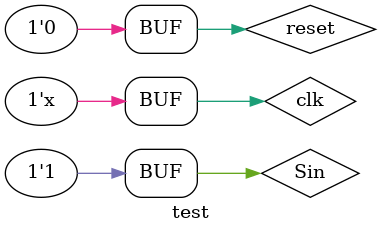
<source format=v>
module test;

	// Inputs
	reg clk;
	reg reset;
	reg Sin;

	// Outputs
	wire out;

	// Instantiate the Unit Under Test (UUT)
	Moore uut (
		.clk(clk), 
		.reset(reset), 
		.Sin(Sin), 
		.out(out)
	);

	 // Clock generation (period = 10ns)
    always #10 clk = ~clk;

    // Test sequence
    initial begin
    clk = 0;
    reset = 1;
    Sin = 0;  // Kh?i t?o Sin
    #10 reset = 0;

        # 21 Sin = 0; 
		  # 21 Sin = 1; 
		  # 21 Sin = 0; 
		  # 21 Sin = 0; 
		  # 21 Sin = 1; 
		  # 21 Sin = 0; 
		  # 21 Sin = 0; 
		  # 21 Sin = 1; 
		  # 21 Sin = 1; 
		  # 21 Sin = 1;
		  # 21 Sin = 1; 
		  # 21 Sin = 0; 
		  # 21 Sin = 0; 
		  # 21 Sin = 1; 
		  
		  // Finish simulation
        //#21 $finish;
    end

    // Monitor signals (optional, for debugging)
    initial begin
        $monitor("Time=%0t | clk=%b | reset=%b | Sin=%b | out=%b | current_state=%b", 
                 $time, clk, reset, Sin, out, uut.current_state);
    end

endmodule

</source>
